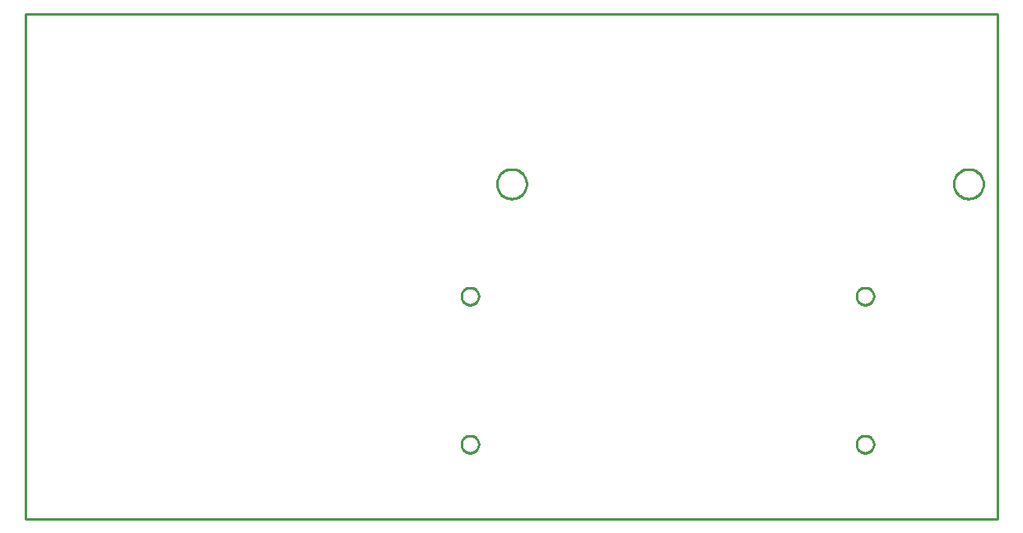
<source format=gbr>
G04 EAGLE Gerber RS-274X export*
G75*
%MOMM*%
%FSLAX34Y34*%
%LPD*%
%IN*%
%IPPOS*%
%AMOC8*
5,1,8,0,0,1.08239X$1,22.5*%
G01*
%ADD10C,0.254000*%


D10*
X0Y0D02*
X1000000Y0D01*
X1000000Y520000D01*
X0Y520000D01*
X0Y0D01*
X985240Y344456D02*
X985162Y343370D01*
X985007Y342292D01*
X984776Y341229D01*
X984469Y340184D01*
X984089Y339164D01*
X983637Y338174D01*
X983115Y337219D01*
X982526Y336303D01*
X981874Y335431D01*
X981161Y334609D01*
X980391Y333839D01*
X979569Y333126D01*
X978697Y332474D01*
X977781Y331885D01*
X976826Y331363D01*
X975836Y330911D01*
X974816Y330531D01*
X973771Y330224D01*
X972708Y329993D01*
X971630Y329838D01*
X970544Y329760D01*
X969456Y329760D01*
X968370Y329838D01*
X967292Y329993D01*
X966229Y330224D01*
X965184Y330531D01*
X964164Y330911D01*
X963174Y331363D01*
X962219Y331885D01*
X961303Y332474D01*
X960431Y333126D01*
X959609Y333839D01*
X958839Y334609D01*
X958126Y335431D01*
X957474Y336303D01*
X956885Y337219D01*
X956363Y338174D01*
X955911Y339164D01*
X955531Y340184D01*
X955224Y341229D01*
X954993Y342292D01*
X954838Y343370D01*
X954760Y344456D01*
X954760Y345544D01*
X954838Y346630D01*
X954993Y347708D01*
X955224Y348771D01*
X955531Y349816D01*
X955911Y350836D01*
X956363Y351826D01*
X956885Y352781D01*
X957474Y353697D01*
X958126Y354569D01*
X958839Y355391D01*
X959609Y356161D01*
X960431Y356874D01*
X961303Y357526D01*
X962219Y358115D01*
X963174Y358637D01*
X964164Y359089D01*
X965184Y359469D01*
X966229Y359776D01*
X967292Y360007D01*
X968370Y360162D01*
X969456Y360240D01*
X970544Y360240D01*
X971630Y360162D01*
X972708Y360007D01*
X973771Y359776D01*
X974816Y359469D01*
X975836Y359089D01*
X976826Y358637D01*
X977781Y358115D01*
X978697Y357526D01*
X979569Y356874D01*
X980391Y356161D01*
X981161Y355391D01*
X981874Y354569D01*
X982526Y353697D01*
X983115Y352781D01*
X983637Y351826D01*
X984089Y350836D01*
X984469Y349816D01*
X984776Y348771D01*
X985007Y347708D01*
X985162Y346630D01*
X985240Y345544D01*
X985240Y344456D01*
X515240Y344456D02*
X515162Y343370D01*
X515007Y342292D01*
X514776Y341229D01*
X514469Y340184D01*
X514089Y339164D01*
X513637Y338174D01*
X513115Y337219D01*
X512526Y336303D01*
X511874Y335431D01*
X511161Y334609D01*
X510391Y333839D01*
X509569Y333126D01*
X508697Y332474D01*
X507781Y331885D01*
X506826Y331363D01*
X505836Y330911D01*
X504816Y330531D01*
X503771Y330224D01*
X502708Y329993D01*
X501630Y329838D01*
X500544Y329760D01*
X499456Y329760D01*
X498370Y329838D01*
X497292Y329993D01*
X496229Y330224D01*
X495184Y330531D01*
X494164Y330911D01*
X493174Y331363D01*
X492219Y331885D01*
X491303Y332474D01*
X490431Y333126D01*
X489609Y333839D01*
X488839Y334609D01*
X488126Y335431D01*
X487474Y336303D01*
X486885Y337219D01*
X486363Y338174D01*
X485911Y339164D01*
X485531Y340184D01*
X485224Y341229D01*
X484993Y342292D01*
X484838Y343370D01*
X484760Y344456D01*
X484760Y345544D01*
X484838Y346630D01*
X484993Y347708D01*
X485224Y348771D01*
X485531Y349816D01*
X485911Y350836D01*
X486363Y351826D01*
X486885Y352781D01*
X487474Y353697D01*
X488126Y354569D01*
X488839Y355391D01*
X489609Y356161D01*
X490431Y356874D01*
X491303Y357526D01*
X492219Y358115D01*
X493174Y358637D01*
X494164Y359089D01*
X495184Y359469D01*
X496229Y359776D01*
X497292Y360007D01*
X498370Y360162D01*
X499456Y360240D01*
X500544Y360240D01*
X501630Y360162D01*
X502708Y360007D01*
X503771Y359776D01*
X504816Y359469D01*
X505836Y359089D01*
X506826Y358637D01*
X507781Y358115D01*
X508697Y357526D01*
X509569Y356874D01*
X510391Y356161D01*
X511161Y355391D01*
X511874Y354569D01*
X512526Y353697D01*
X513115Y352781D01*
X513637Y351826D01*
X514089Y350836D01*
X514469Y349816D01*
X514776Y348771D01*
X515007Y347708D01*
X515162Y346630D01*
X515240Y345544D01*
X515240Y344456D01*
X854710Y229788D02*
X854778Y230561D01*
X854912Y231326D01*
X855113Y232076D01*
X855379Y232805D01*
X855707Y233509D01*
X856095Y234181D01*
X856540Y234817D01*
X857039Y235412D01*
X857588Y235961D01*
X858183Y236460D01*
X858819Y236905D01*
X859491Y237293D01*
X860195Y237621D01*
X860924Y237887D01*
X861674Y238088D01*
X862439Y238222D01*
X863212Y238290D01*
X863988Y238290D01*
X864761Y238222D01*
X865526Y238088D01*
X866276Y237887D01*
X867005Y237621D01*
X867709Y237293D01*
X868381Y236905D01*
X869017Y236460D01*
X869612Y235961D01*
X870161Y235412D01*
X870660Y234817D01*
X871105Y234181D01*
X871493Y233509D01*
X871821Y232805D01*
X872087Y232076D01*
X872288Y231326D01*
X872422Y230561D01*
X872490Y229788D01*
X872490Y229012D01*
X872422Y228239D01*
X872288Y227474D01*
X872087Y226724D01*
X871821Y225995D01*
X871493Y225291D01*
X871105Y224619D01*
X870660Y223983D01*
X870161Y223388D01*
X869612Y222839D01*
X869017Y222340D01*
X868381Y221895D01*
X867709Y221507D01*
X867005Y221179D01*
X866276Y220913D01*
X865526Y220712D01*
X864761Y220578D01*
X863988Y220510D01*
X863212Y220510D01*
X862439Y220578D01*
X861674Y220712D01*
X860924Y220913D01*
X860195Y221179D01*
X859491Y221507D01*
X858819Y221895D01*
X858183Y222340D01*
X857588Y222839D01*
X857039Y223388D01*
X856540Y223983D01*
X856095Y224619D01*
X855707Y225291D01*
X855379Y225995D01*
X855113Y226724D01*
X854912Y227474D01*
X854778Y228239D01*
X854710Y229012D01*
X854710Y229788D01*
X854710Y77388D02*
X854778Y78161D01*
X854912Y78926D01*
X855113Y79676D01*
X855379Y80405D01*
X855707Y81109D01*
X856095Y81781D01*
X856540Y82417D01*
X857039Y83012D01*
X857588Y83561D01*
X858183Y84060D01*
X858819Y84505D01*
X859491Y84893D01*
X860195Y85221D01*
X860924Y85487D01*
X861674Y85688D01*
X862439Y85822D01*
X863212Y85890D01*
X863988Y85890D01*
X864761Y85822D01*
X865526Y85688D01*
X866276Y85487D01*
X867005Y85221D01*
X867709Y84893D01*
X868381Y84505D01*
X869017Y84060D01*
X869612Y83561D01*
X870161Y83012D01*
X870660Y82417D01*
X871105Y81781D01*
X871493Y81109D01*
X871821Y80405D01*
X872087Y79676D01*
X872288Y78926D01*
X872422Y78161D01*
X872490Y77388D01*
X872490Y76612D01*
X872422Y75839D01*
X872288Y75074D01*
X872087Y74324D01*
X871821Y73595D01*
X871493Y72891D01*
X871105Y72219D01*
X870660Y71583D01*
X870161Y70988D01*
X869612Y70439D01*
X869017Y69940D01*
X868381Y69495D01*
X867709Y69107D01*
X867005Y68779D01*
X866276Y68513D01*
X865526Y68312D01*
X864761Y68178D01*
X863988Y68110D01*
X863212Y68110D01*
X862439Y68178D01*
X861674Y68312D01*
X860924Y68513D01*
X860195Y68779D01*
X859491Y69107D01*
X858819Y69495D01*
X858183Y69940D01*
X857588Y70439D01*
X857039Y70988D01*
X856540Y71583D01*
X856095Y72219D01*
X855707Y72891D01*
X855379Y73595D01*
X855113Y74324D01*
X854912Y75074D01*
X854778Y75839D01*
X854710Y76612D01*
X854710Y77388D01*
X448310Y77388D02*
X448378Y78161D01*
X448512Y78926D01*
X448713Y79676D01*
X448979Y80405D01*
X449307Y81109D01*
X449695Y81781D01*
X450140Y82417D01*
X450639Y83012D01*
X451188Y83561D01*
X451783Y84060D01*
X452419Y84505D01*
X453091Y84893D01*
X453795Y85221D01*
X454524Y85487D01*
X455274Y85688D01*
X456039Y85822D01*
X456812Y85890D01*
X457588Y85890D01*
X458361Y85822D01*
X459126Y85688D01*
X459876Y85487D01*
X460605Y85221D01*
X461309Y84893D01*
X461981Y84505D01*
X462617Y84060D01*
X463212Y83561D01*
X463761Y83012D01*
X464260Y82417D01*
X464705Y81781D01*
X465093Y81109D01*
X465421Y80405D01*
X465687Y79676D01*
X465888Y78926D01*
X466022Y78161D01*
X466090Y77388D01*
X466090Y76612D01*
X466022Y75839D01*
X465888Y75074D01*
X465687Y74324D01*
X465421Y73595D01*
X465093Y72891D01*
X464705Y72219D01*
X464260Y71583D01*
X463761Y70988D01*
X463212Y70439D01*
X462617Y69940D01*
X461981Y69495D01*
X461309Y69107D01*
X460605Y68779D01*
X459876Y68513D01*
X459126Y68312D01*
X458361Y68178D01*
X457588Y68110D01*
X456812Y68110D01*
X456039Y68178D01*
X455274Y68312D01*
X454524Y68513D01*
X453795Y68779D01*
X453091Y69107D01*
X452419Y69495D01*
X451783Y69940D01*
X451188Y70439D01*
X450639Y70988D01*
X450140Y71583D01*
X449695Y72219D01*
X449307Y72891D01*
X448979Y73595D01*
X448713Y74324D01*
X448512Y75074D01*
X448378Y75839D01*
X448310Y76612D01*
X448310Y77388D01*
X448310Y229788D02*
X448378Y230561D01*
X448512Y231326D01*
X448713Y232076D01*
X448979Y232805D01*
X449307Y233509D01*
X449695Y234181D01*
X450140Y234817D01*
X450639Y235412D01*
X451188Y235961D01*
X451783Y236460D01*
X452419Y236905D01*
X453091Y237293D01*
X453795Y237621D01*
X454524Y237887D01*
X455274Y238088D01*
X456039Y238222D01*
X456812Y238290D01*
X457588Y238290D01*
X458361Y238222D01*
X459126Y238088D01*
X459876Y237887D01*
X460605Y237621D01*
X461309Y237293D01*
X461981Y236905D01*
X462617Y236460D01*
X463212Y235961D01*
X463761Y235412D01*
X464260Y234817D01*
X464705Y234181D01*
X465093Y233509D01*
X465421Y232805D01*
X465687Y232076D01*
X465888Y231326D01*
X466022Y230561D01*
X466090Y229788D01*
X466090Y229012D01*
X466022Y228239D01*
X465888Y227474D01*
X465687Y226724D01*
X465421Y225995D01*
X465093Y225291D01*
X464705Y224619D01*
X464260Y223983D01*
X463761Y223388D01*
X463212Y222839D01*
X462617Y222340D01*
X461981Y221895D01*
X461309Y221507D01*
X460605Y221179D01*
X459876Y220913D01*
X459126Y220712D01*
X458361Y220578D01*
X457588Y220510D01*
X456812Y220510D01*
X456039Y220578D01*
X455274Y220712D01*
X454524Y220913D01*
X453795Y221179D01*
X453091Y221507D01*
X452419Y221895D01*
X451783Y222340D01*
X451188Y222839D01*
X450639Y223388D01*
X450140Y223983D01*
X449695Y224619D01*
X449307Y225291D01*
X448979Y225995D01*
X448713Y226724D01*
X448512Y227474D01*
X448378Y228239D01*
X448310Y229012D01*
X448310Y229788D01*
M02*

</source>
